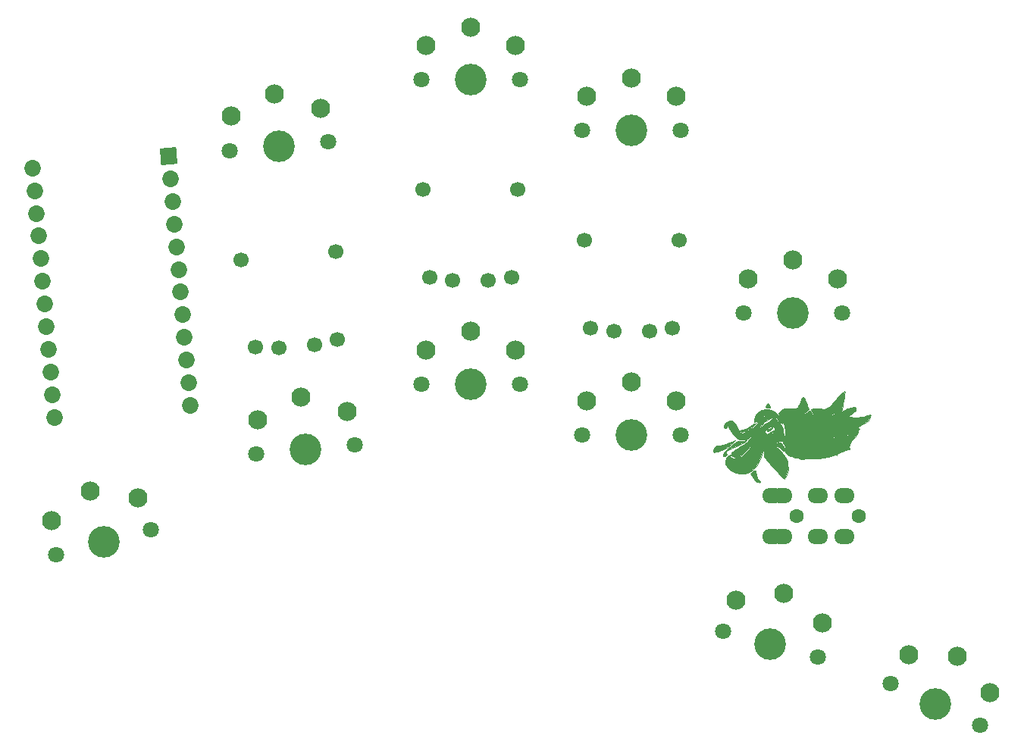
<source format=gbr>
%TF.GenerationSoftware,KiCad,Pcbnew,(5.1.9)-1*%
%TF.CreationDate,2021-06-29T12:17:40+02:00*%
%TF.ProjectId,metasepia_pfefferi,6d657461-7365-4706-9961-5f7066656666,VERSION_HERE*%
%TF.SameCoordinates,Original*%
%TF.FileFunction,Soldermask,Bot*%
%TF.FilePolarity,Negative*%
%FSLAX46Y46*%
G04 Gerber Fmt 4.6, Leading zero omitted, Abs format (unit mm)*
G04 Created by KiCad (PCBNEW (5.1.9)-1) date 2021-06-29 12:17:40*
%MOMM*%
%LPD*%
G01*
G04 APERTURE LIST*
%ADD10C,0.010000*%
%ADD11C,3.529000*%
%ADD12C,1.801800*%
%ADD13C,2.132000*%
%ADD14C,1.700000*%
%ADD15C,1.852600*%
%ADD16C,1.600000*%
%ADD17O,2.300000X1.700000*%
G04 APERTURE END LIST*
D10*
%TO.C,G\u002A\u002A\u002A*%
G36*
X81322227Y23819283D02*
G01*
X81365714Y23608410D01*
X81396326Y23446074D01*
X81518394Y23060589D01*
X81690240Y22835425D01*
X81857255Y22671049D01*
X81871922Y22580300D01*
X81734115Y22562622D01*
X81630915Y22576822D01*
X81446486Y22648107D01*
X81264648Y22813688D01*
X81073072Y23069954D01*
X80917205Y23310617D01*
X80811254Y23495761D01*
X80779270Y23579623D01*
X80846433Y23659987D01*
X80989984Y23769801D01*
X81150922Y23870384D01*
X81270245Y23923050D01*
X81296297Y23918591D01*
X81322227Y23819283D01*
G37*
X81322227Y23819283D02*
X81365714Y23608410D01*
X81396326Y23446074D01*
X81518394Y23060589D01*
X81690240Y22835425D01*
X81857255Y22671049D01*
X81871922Y22580300D01*
X81734115Y22562622D01*
X81630915Y22576822D01*
X81446486Y22648107D01*
X81264648Y22813688D01*
X81073072Y23069954D01*
X80917205Y23310617D01*
X80811254Y23495761D01*
X80779270Y23579623D01*
X80846433Y23659987D01*
X80989984Y23769801D01*
X81150922Y23870384D01*
X81270245Y23923050D01*
X81296297Y23918591D01*
X81322227Y23819283D01*
G36*
X83098414Y30683087D02*
G01*
X83506136Y30430021D01*
X83868751Y30029375D01*
X84071088Y29699889D01*
X84200537Y29443804D01*
X84284374Y29254509D01*
X84304680Y29172517D01*
X84304450Y29172339D01*
X84223345Y29207281D01*
X84072383Y29332107D01*
X83891470Y29507756D01*
X83720510Y29695170D01*
X83599407Y29855289D01*
X83589197Y29872431D01*
X83437422Y30022713D01*
X83269239Y30019466D01*
X83137181Y29878732D01*
X83019712Y29761191D01*
X82806295Y29624496D01*
X82686078Y29563879D01*
X82240998Y29279564D01*
X81919522Y28903066D01*
X81740016Y28457382D01*
X81721966Y28356378D01*
X81690447Y28124480D01*
X81686692Y28051923D01*
X81713719Y28130532D01*
X81752942Y28272496D01*
X81808459Y28403697D01*
X82360926Y28306282D01*
X82360322Y28142577D01*
X82395712Y28079157D01*
X82595375Y27921584D01*
X82869964Y27914098D01*
X83167419Y28027461D01*
X83416026Y28214475D01*
X83527144Y28432528D01*
X83487380Y28652330D01*
X83467500Y28683748D01*
X83291941Y28811135D01*
X83042281Y28791928D01*
X82800951Y28680240D01*
X82504243Y28480226D01*
X82360926Y28306282D01*
X81808459Y28403697D01*
X81932978Y28697969D01*
X82224227Y29014899D01*
X82619760Y29238242D01*
X82941280Y29411874D01*
X83130054Y29613042D01*
X83164237Y29678623D01*
X83295031Y29871898D01*
X83431254Y29896757D01*
X83563682Y29753483D01*
X83606834Y29665061D01*
X83714356Y29491623D01*
X83823394Y29411943D01*
X83990457Y29307534D01*
X84153359Y29082747D01*
X84286860Y28785222D01*
X84365720Y28462595D01*
X84374752Y28371339D01*
X84401966Y28111264D01*
X84442326Y27925505D01*
X84468259Y27874346D01*
X84497492Y27760164D01*
X84487047Y27550521D01*
X84477146Y27486166D01*
X84426689Y27274533D01*
X84354062Y27190278D01*
X84229307Y27191050D01*
X84005188Y27177371D01*
X83744273Y27089870D01*
X83504842Y26957404D01*
X83345176Y26808828D01*
X83313482Y26737607D01*
X83375828Y26666542D01*
X83546260Y26562454D01*
X83639814Y26516128D01*
X83885148Y26358493D01*
X84138582Y26099843D01*
X84398254Y25755778D01*
X84622341Y25414666D01*
X84763731Y25133442D01*
X84850406Y24843835D01*
X84904676Y24520212D01*
X84944829Y24176342D01*
X84948517Y23933054D01*
X84909640Y23724346D01*
X84822094Y23484213D01*
X84805088Y23443086D01*
X84690550Y23194778D01*
X84588912Y23019582D01*
X84538501Y22966017D01*
X84453745Y23013229D01*
X84280586Y23165907D01*
X84040573Y23400735D01*
X83755255Y23694397D01*
X83446180Y24023579D01*
X83134898Y24364964D01*
X82842957Y24695239D01*
X82591906Y24991088D01*
X82403294Y25229195D01*
X82298669Y25386245D01*
X82295260Y25393151D01*
X82221136Y25617050D01*
X82222252Y25865054D01*
X82271249Y26112478D01*
X82320985Y26351956D01*
X82336244Y26503383D01*
X82322867Y26533233D01*
X82276152Y26446176D01*
X82204707Y26237350D01*
X82123027Y25949712D01*
X82113220Y25911921D01*
X81931551Y25370573D01*
X81677292Y24837762D01*
X81380035Y24367625D01*
X81082313Y24026085D01*
X80667711Y23749120D01*
X80178167Y23587876D01*
X79655956Y23543014D01*
X79143346Y23615195D01*
X78682612Y23805083D01*
X78438801Y23984722D01*
X78172300Y24249001D01*
X78019750Y24466784D01*
X77955469Y24687366D01*
X77951375Y24920215D01*
X78029866Y25256290D01*
X78189445Y25487674D01*
X78345789Y25620940D01*
X78471431Y25667035D01*
X78528454Y25623929D01*
X78487663Y25503656D01*
X78487125Y25391305D01*
X78614180Y25312906D01*
X78830094Y25270651D01*
X79096131Y25266737D01*
X79373556Y25303357D01*
X79623634Y25382706D01*
X79718448Y25433920D01*
X79883786Y25559529D01*
X80105527Y25751826D01*
X80348978Y25977477D01*
X80579448Y26203152D01*
X80762243Y26395518D01*
X80862671Y26521245D01*
X80871750Y26541982D01*
X80831382Y26566157D01*
X80704086Y26496949D01*
X80522704Y26360679D01*
X80320079Y26183669D01*
X80129050Y25992238D01*
X80010858Y25852014D01*
X79736690Y25575804D01*
X79430618Y25405317D01*
X79126530Y25345916D01*
X78858316Y25402963D01*
X78659863Y25581820D01*
X78631044Y25633664D01*
X78592212Y25724402D01*
X78589812Y25802685D01*
X78643673Y25887944D01*
X78773624Y25999612D01*
X78999495Y26157118D01*
X79341115Y26379898D01*
X79491155Y26476538D01*
X79947109Y26777226D01*
X80281315Y27018344D01*
X80519699Y27223186D01*
X80688187Y27415044D01*
X80812707Y27617211D01*
X80853320Y27700355D01*
X80909732Y27828861D01*
X80890272Y27828834D01*
X80779300Y27699136D01*
X80775632Y27694722D01*
X80537094Y27491545D01*
X80214926Y27378587D01*
X79897365Y27342983D01*
X79481614Y27392436D01*
X79103230Y27588995D01*
X78754028Y27939355D01*
X78425820Y28450211D01*
X78339561Y28616891D01*
X78245190Y28796899D01*
X78188996Y28841246D01*
X78134081Y28766052D01*
X78109723Y28717293D01*
X77987016Y28591600D01*
X77855207Y28604166D01*
X77771819Y28737575D01*
X77764933Y28821681D01*
X77854299Y29100892D01*
X78085485Y29331338D01*
X78247926Y29418802D01*
X78432092Y29472635D01*
X78610402Y29444245D01*
X78790190Y29363876D01*
X78977017Y29244464D01*
X79119938Y29076307D01*
X79254358Y28812001D01*
X79318571Y28656457D01*
X79468875Y28322733D01*
X79616650Y28134473D01*
X79799617Y28072662D01*
X80055495Y28118286D01*
X80251401Y28186189D01*
X80470766Y28284750D01*
X80701957Y28427366D01*
X80976552Y28636850D01*
X81326128Y28936017D01*
X81483014Y29075997D01*
X81568911Y29217043D01*
X81550132Y29339567D01*
X81453144Y29389312D01*
X81349596Y29349498D01*
X81204204Y29280902D01*
X81138772Y29345297D01*
X81145916Y29553387D01*
X81157884Y29627451D01*
X81216627Y29795410D01*
X81875350Y29679260D01*
X81883927Y29671042D01*
X81995630Y29700411D01*
X82188080Y29792721D01*
X82256002Y29830880D01*
X82521077Y29957044D01*
X82850827Y30077555D01*
X83007746Y30123238D01*
X83233048Y30189802D01*
X83353229Y30241916D01*
X83352080Y30263851D01*
X83190499Y30251884D01*
X82928817Y30185858D01*
X82620390Y30083301D01*
X82318573Y29961740D01*
X82100310Y29852672D01*
X81936973Y29745857D01*
X81875350Y29679260D01*
X81216627Y29795410D01*
X81315422Y30077878D01*
X81600190Y30429375D01*
X81992135Y30666573D01*
X82471208Y30774104D01*
X82659211Y30778169D01*
X83098414Y30683087D01*
G37*
X83098414Y30683087D02*
X83506136Y30430021D01*
X83868751Y30029375D01*
X84071088Y29699889D01*
X84200537Y29443804D01*
X84284374Y29254509D01*
X84304680Y29172517D01*
X84304450Y29172339D01*
X84223345Y29207281D01*
X84072383Y29332107D01*
X83891470Y29507756D01*
X83720510Y29695170D01*
X83599407Y29855289D01*
X83589197Y29872431D01*
X83437422Y30022713D01*
X83269239Y30019466D01*
X83137181Y29878732D01*
X83019712Y29761191D01*
X82806295Y29624496D01*
X82686078Y29563879D01*
X82240998Y29279564D01*
X81919522Y28903066D01*
X81740016Y28457382D01*
X81721966Y28356378D01*
X81690447Y28124480D01*
X81686692Y28051923D01*
X81713719Y28130532D01*
X81752942Y28272496D01*
X81808459Y28403697D01*
X82360926Y28306282D01*
X82360322Y28142577D01*
X82395712Y28079157D01*
X82595375Y27921584D01*
X82869964Y27914098D01*
X83167419Y28027461D01*
X83416026Y28214475D01*
X83527144Y28432528D01*
X83487380Y28652330D01*
X83467500Y28683748D01*
X83291941Y28811135D01*
X83042281Y28791928D01*
X82800951Y28680240D01*
X82504243Y28480226D01*
X82360926Y28306282D01*
X81808459Y28403697D01*
X81932978Y28697969D01*
X82224227Y29014899D01*
X82619760Y29238242D01*
X82941280Y29411874D01*
X83130054Y29613042D01*
X83164237Y29678623D01*
X83295031Y29871898D01*
X83431254Y29896757D01*
X83563682Y29753483D01*
X83606834Y29665061D01*
X83714356Y29491623D01*
X83823394Y29411943D01*
X83990457Y29307534D01*
X84153359Y29082747D01*
X84286860Y28785222D01*
X84365720Y28462595D01*
X84374752Y28371339D01*
X84401966Y28111264D01*
X84442326Y27925505D01*
X84468259Y27874346D01*
X84497492Y27760164D01*
X84487047Y27550521D01*
X84477146Y27486166D01*
X84426689Y27274533D01*
X84354062Y27190278D01*
X84229307Y27191050D01*
X84005188Y27177371D01*
X83744273Y27089870D01*
X83504842Y26957404D01*
X83345176Y26808828D01*
X83313482Y26737607D01*
X83375828Y26666542D01*
X83546260Y26562454D01*
X83639814Y26516128D01*
X83885148Y26358493D01*
X84138582Y26099843D01*
X84398254Y25755778D01*
X84622341Y25414666D01*
X84763731Y25133442D01*
X84850406Y24843835D01*
X84904676Y24520212D01*
X84944829Y24176342D01*
X84948517Y23933054D01*
X84909640Y23724346D01*
X84822094Y23484213D01*
X84805088Y23443086D01*
X84690550Y23194778D01*
X84588912Y23019582D01*
X84538501Y22966017D01*
X84453745Y23013229D01*
X84280586Y23165907D01*
X84040573Y23400735D01*
X83755255Y23694397D01*
X83446180Y24023579D01*
X83134898Y24364964D01*
X82842957Y24695239D01*
X82591906Y24991088D01*
X82403294Y25229195D01*
X82298669Y25386245D01*
X82295260Y25393151D01*
X82221136Y25617050D01*
X82222252Y25865054D01*
X82271249Y26112478D01*
X82320985Y26351956D01*
X82336244Y26503383D01*
X82322867Y26533233D01*
X82276152Y26446176D01*
X82204707Y26237350D01*
X82123027Y25949712D01*
X82113220Y25911921D01*
X81931551Y25370573D01*
X81677292Y24837762D01*
X81380035Y24367625D01*
X81082313Y24026085D01*
X80667711Y23749120D01*
X80178167Y23587876D01*
X79655956Y23543014D01*
X79143346Y23615195D01*
X78682612Y23805083D01*
X78438801Y23984722D01*
X78172300Y24249001D01*
X78019750Y24466784D01*
X77955469Y24687366D01*
X77951375Y24920215D01*
X78029866Y25256290D01*
X78189445Y25487674D01*
X78345789Y25620940D01*
X78471431Y25667035D01*
X78528454Y25623929D01*
X78487663Y25503656D01*
X78487125Y25391305D01*
X78614180Y25312906D01*
X78830094Y25270651D01*
X79096131Y25266737D01*
X79373556Y25303357D01*
X79623634Y25382706D01*
X79718448Y25433920D01*
X79883786Y25559529D01*
X80105527Y25751826D01*
X80348978Y25977477D01*
X80579448Y26203152D01*
X80762243Y26395518D01*
X80862671Y26521245D01*
X80871750Y26541982D01*
X80831382Y26566157D01*
X80704086Y26496949D01*
X80522704Y26360679D01*
X80320079Y26183669D01*
X80129050Y25992238D01*
X80010858Y25852014D01*
X79736690Y25575804D01*
X79430618Y25405317D01*
X79126530Y25345916D01*
X78858316Y25402963D01*
X78659863Y25581820D01*
X78631044Y25633664D01*
X78592212Y25724402D01*
X78589812Y25802685D01*
X78643673Y25887944D01*
X78773624Y25999612D01*
X78999495Y26157118D01*
X79341115Y26379898D01*
X79491155Y26476538D01*
X79947109Y26777226D01*
X80281315Y27018344D01*
X80519699Y27223186D01*
X80688187Y27415044D01*
X80812707Y27617211D01*
X80853320Y27700355D01*
X80909732Y27828861D01*
X80890272Y27828834D01*
X80779300Y27699136D01*
X80775632Y27694722D01*
X80537094Y27491545D01*
X80214926Y27378587D01*
X79897365Y27342983D01*
X79481614Y27392436D01*
X79103230Y27588995D01*
X78754028Y27939355D01*
X78425820Y28450211D01*
X78339561Y28616891D01*
X78245190Y28796899D01*
X78188996Y28841246D01*
X78134081Y28766052D01*
X78109723Y28717293D01*
X77987016Y28591600D01*
X77855207Y28604166D01*
X77771819Y28737575D01*
X77764933Y28821681D01*
X77854299Y29100892D01*
X78085485Y29331338D01*
X78247926Y29418802D01*
X78432092Y29472635D01*
X78610402Y29444245D01*
X78790190Y29363876D01*
X78977017Y29244464D01*
X79119938Y29076307D01*
X79254358Y28812001D01*
X79318571Y28656457D01*
X79468875Y28322733D01*
X79616650Y28134473D01*
X79799617Y28072662D01*
X80055495Y28118286D01*
X80251401Y28186189D01*
X80470766Y28284750D01*
X80701957Y28427366D01*
X80976552Y28636850D01*
X81326128Y28936017D01*
X81483014Y29075997D01*
X81568911Y29217043D01*
X81550132Y29339567D01*
X81453144Y29389312D01*
X81349596Y29349498D01*
X81204204Y29280902D01*
X81138772Y29345297D01*
X81145916Y29553387D01*
X81157884Y29627451D01*
X81216627Y29795410D01*
X81875350Y29679260D01*
X81883927Y29671042D01*
X81995630Y29700411D01*
X82188080Y29792721D01*
X82256002Y29830880D01*
X82521077Y29957044D01*
X82850827Y30077555D01*
X83007746Y30123238D01*
X83233048Y30189802D01*
X83353229Y30241916D01*
X83352080Y30263851D01*
X83190499Y30251884D01*
X82928817Y30185858D01*
X82620390Y30083301D01*
X82318573Y29961740D01*
X82100310Y29852672D01*
X81936973Y29745857D01*
X81875350Y29679260D01*
X81216627Y29795410D01*
X81315422Y30077878D01*
X81600190Y30429375D01*
X81992135Y30666573D01*
X82471208Y30774104D01*
X82659211Y30778169D01*
X83098414Y30683087D01*
G36*
X80272106Y27175695D02*
G01*
X80078044Y27061059D01*
X79771603Y26904051D01*
X79367275Y26712616D01*
X78956447Y26528325D01*
X78512993Y26323430D01*
X78217750Y26161569D01*
X78057465Y26034759D01*
X78018681Y25963854D01*
X78031218Y25822523D01*
X78075768Y25782874D01*
X78109077Y25725245D01*
X78045271Y25618718D01*
X77925398Y25512296D01*
X77802730Y25456953D01*
X77695608Y25487301D01*
X77688788Y25555664D01*
X77805299Y25828091D01*
X78063729Y26160909D01*
X78453296Y26541317D01*
X78682793Y26736311D01*
X78985186Y26976838D01*
X79202881Y27125599D01*
X79377959Y27203085D01*
X79552499Y27229786D01*
X79695260Y27229287D01*
X79974658Y27227347D01*
X80207843Y27238831D01*
X80265129Y27246060D01*
X80339298Y27240011D01*
X80272106Y27175695D01*
G37*
X80272106Y27175695D02*
X80078044Y27061059D01*
X79771603Y26904051D01*
X79367275Y26712616D01*
X78956447Y26528325D01*
X78512993Y26323430D01*
X78217750Y26161569D01*
X78057465Y26034759D01*
X78018681Y25963854D01*
X78031218Y25822523D01*
X78075768Y25782874D01*
X78109077Y25725245D01*
X78045271Y25618718D01*
X77925398Y25512296D01*
X77802730Y25456953D01*
X77695608Y25487301D01*
X77688788Y25555664D01*
X77805299Y25828091D01*
X78063729Y26160909D01*
X78453296Y26541317D01*
X78682793Y26736311D01*
X78985186Y26976838D01*
X79202881Y27125599D01*
X79377959Y27203085D01*
X79552499Y27229786D01*
X79695260Y27229287D01*
X79974658Y27227347D01*
X80207843Y27238831D01*
X80265129Y27246060D01*
X80339298Y27240011D01*
X80272106Y27175695D01*
G36*
X78966774Y27187030D02*
G01*
X78792983Y27028937D01*
X78607905Y26867625D01*
X78173434Y26531655D01*
X77738999Y26292122D01*
X77397524Y26157937D01*
X77060055Y26041742D01*
X76848433Y25974671D01*
X76728559Y25950235D01*
X76666342Y25961943D01*
X76627686Y26003306D01*
X76622673Y26010437D01*
X76598923Y26174007D01*
X76686246Y26371000D01*
X76846000Y26555715D01*
X77039551Y26682444D01*
X77213018Y26708756D01*
X77394744Y26719183D01*
X77684363Y26780369D01*
X78033386Y26878134D01*
X78393321Y26998294D01*
X78715679Y27126664D01*
X78835514Y27183309D01*
X78979054Y27251754D01*
X79025803Y27257148D01*
X78966774Y27187030D01*
G37*
X78966774Y27187030D02*
X78792983Y27028937D01*
X78607905Y26867625D01*
X78173434Y26531655D01*
X77738999Y26292122D01*
X77397524Y26157937D01*
X77060055Y26041742D01*
X76848433Y25974671D01*
X76728559Y25950235D01*
X76666342Y25961943D01*
X76627686Y26003306D01*
X76622673Y26010437D01*
X76598923Y26174007D01*
X76686246Y26371000D01*
X76846000Y26555715D01*
X77039551Y26682444D01*
X77213018Y26708756D01*
X77394744Y26719183D01*
X77684363Y26780369D01*
X78033386Y26878134D01*
X78393321Y26998294D01*
X78715679Y27126664D01*
X78835514Y27183309D01*
X78979054Y27251754D01*
X79025803Y27257148D01*
X78966774Y27187030D01*
G36*
X91288063Y32658017D02*
G01*
X91270272Y32443121D01*
X91224100Y32129430D01*
X91162134Y31793262D01*
X91089861Y31404765D01*
X91037203Y31068875D01*
X91009791Y30825373D01*
X91010383Y30721380D01*
X90981300Y30627661D01*
X90835759Y30517160D01*
X90554489Y30376827D01*
X90406005Y30312111D01*
X89994474Y30136869D01*
X89723798Y30019885D01*
X89578911Y29953378D01*
X89544743Y29929565D01*
X89606229Y29940664D01*
X89748299Y29978892D01*
X89775475Y29986442D01*
X89992467Y30063254D01*
X90316529Y30198207D01*
X90703979Y30372323D01*
X91111136Y30566621D01*
X91114107Y30568084D01*
X91604966Y30798302D01*
X91971634Y30940367D01*
X92232618Y30997294D01*
X92406423Y30972095D01*
X92511553Y30867787D01*
X92539927Y30800366D01*
X92550081Y30702096D01*
X92498620Y30595616D01*
X92363568Y30455684D01*
X92122949Y30257061D01*
X91950790Y30123718D01*
X91668943Y29895264D01*
X91444969Y29690046D01*
X91309884Y29537727D01*
X91284625Y29486612D01*
X91283251Y29395511D01*
X91335036Y29461789D01*
X91335687Y29462888D01*
X91442677Y29603661D01*
X91601948Y29776949D01*
X91736924Y29891722D01*
X91870818Y29927064D01*
X92068917Y29891500D01*
X92196520Y29854600D01*
X92507534Y29786989D01*
X92736123Y29807309D01*
X92811530Y29836505D01*
X93031124Y29903173D01*
X93190906Y29909518D01*
X93363402Y29921155D01*
X93616065Y29983204D01*
X93745956Y30027058D01*
X93976739Y30097030D01*
X94132984Y30114881D01*
X94169327Y30097670D01*
X94155992Y29979635D01*
X94086360Y29775245D01*
X94052713Y29696529D01*
X93911068Y29463733D01*
X93698926Y29286226D01*
X93469333Y29163204D01*
X93210652Y29033698D01*
X93008205Y28920663D01*
X92931315Y28868636D01*
X92772340Y28801214D01*
X92615173Y28782220D01*
X92496592Y28777324D01*
X92531303Y28756314D01*
X92669317Y28723605D01*
X92872125Y28651654D01*
X92908599Y28572078D01*
X92780149Y28500362D01*
X92646256Y28470927D01*
X92438406Y28424934D01*
X92384504Y28385747D01*
X92489538Y28363681D01*
X92593640Y28362134D01*
X92748569Y28347046D01*
X92768831Y28273991D01*
X92743944Y28216243D01*
X92653533Y28025279D01*
X92570874Y27840317D01*
X92430838Y27625279D01*
X92241965Y27438631D01*
X91966529Y27156901D01*
X91805101Y26835199D01*
X91780598Y26519765D01*
X91782224Y26510850D01*
X91816345Y26304737D01*
X91792810Y26222338D01*
X91684550Y26220823D01*
X91607278Y26234006D01*
X91400873Y26208948D01*
X91126557Y26093975D01*
X91007889Y26025373D01*
X90748859Y25884996D01*
X90590939Y25864748D01*
X90511449Y25969215D01*
X90489754Y26130151D01*
X90479894Y26162301D01*
X90464068Y26050058D01*
X90454586Y25937567D01*
X90427706Y25571576D01*
X90198786Y25746246D01*
X90010708Y25870936D01*
X89866574Y25935279D01*
X89860837Y25936264D01*
X89846628Y25908734D01*
X89952725Y25821170D01*
X89982358Y25801368D01*
X90212907Y25651124D01*
X89981756Y25554167D01*
X89720154Y25474333D01*
X89337733Y25394445D01*
X88882875Y25321042D01*
X88403965Y25260665D01*
X87949388Y25219855D01*
X87567525Y25205152D01*
X87428563Y25209020D01*
X87101613Y25216940D01*
X86811573Y25203327D01*
X86649246Y25177478D01*
X86376295Y25164356D01*
X86225244Y25210719D01*
X86025714Y25285027D01*
X85742983Y25361983D01*
X85594241Y25394296D01*
X85282404Y25482503D01*
X84995314Y25607192D01*
X84899620Y25665549D01*
X84723168Y25824963D01*
X84655752Y26010160D01*
X84652458Y26191574D01*
X84642341Y26257935D01*
X87612608Y25734197D01*
X87626050Y25686842D01*
X87661766Y25618621D01*
X87812096Y25457810D01*
X87984428Y25435982D01*
X88128398Y25555723D01*
X88147942Y25593685D01*
X88206940Y25788803D01*
X88211246Y25904921D01*
X88180858Y25919730D01*
X88140901Y25796160D01*
X88139531Y25789598D01*
X88042591Y25591018D01*
X87886726Y25534259D01*
X87710634Y25631939D01*
X87697891Y25645620D01*
X87612608Y25734197D01*
X84642341Y26257935D01*
X84594161Y26573936D01*
X84478194Y26812867D01*
X84407626Y26939088D01*
X86690133Y26536621D01*
X86705011Y26499284D01*
X86710192Y26498269D01*
X86897830Y26509634D01*
X86971604Y26532206D01*
X87079732Y26597292D01*
X87051206Y26630983D01*
X86917611Y26621101D01*
X86812934Y26593373D01*
X86690133Y26536621D01*
X84407626Y26939088D01*
X84383490Y26982259D01*
X84370004Y27072166D01*
X84388904Y27076937D01*
X84461329Y27142349D01*
X84529215Y27338113D01*
X84559480Y27492741D01*
X88163170Y26857313D01*
X88200238Y26841546D01*
X88338380Y26870396D01*
X88407815Y26915711D01*
X88474190Y27029131D01*
X88413169Y27141949D01*
X88297273Y27228432D01*
X88240785Y27226738D01*
X88242236Y27175606D01*
X88275044Y27165460D01*
X88349191Y27092853D01*
X88328464Y26974185D01*
X88229341Y26890963D01*
X88219024Y26888385D01*
X88163170Y26857313D01*
X84559480Y27492741D01*
X84585420Y27625266D01*
X84622799Y27964847D01*
X84625986Y28063445D01*
X89541489Y27196709D01*
X89887810Y27319139D01*
X90102247Y27409536D01*
X90179353Y27491669D01*
X90158641Y27573970D01*
X90046263Y27696129D01*
X89988910Y27721671D01*
X89958840Y27690753D01*
X90005466Y27633963D01*
X90054246Y27553300D01*
X89991439Y27468249D01*
X89828875Y27363832D01*
X89541489Y27196709D01*
X84625986Y28063445D01*
X84634210Y28317895D01*
X84632165Y28403773D01*
X84614434Y28526044D01*
X89442894Y27674656D01*
X89491762Y27646061D01*
X89676701Y27654048D01*
X89755347Y27678198D01*
X89831859Y27729178D01*
X89772629Y27747762D01*
X89609110Y27728404D01*
X89546896Y27714954D01*
X89442894Y27674656D01*
X84614434Y28526044D01*
X84584967Y28729227D01*
X84533088Y28881862D01*
X91242914Y27698739D01*
X91372143Y27732612D01*
X91556951Y27808717D01*
X91644000Y27871088D01*
X91652910Y27982482D01*
X91555604Y28098630D01*
X91429532Y28152818D01*
X91414513Y28120794D01*
X91479055Y28053752D01*
X91559183Y27967093D01*
X91523912Y27895156D01*
X91392876Y27808789D01*
X91247529Y27718424D01*
X91242914Y27698739D01*
X84533088Y28881862D01*
X84457295Y29104856D01*
X84238444Y29565341D01*
X83860718Y30291596D01*
X83886562Y30314558D01*
X84403957Y30223327D01*
X84503844Y30255127D01*
X84597470Y30299236D01*
X84815681Y30385210D01*
X84963746Y30374411D01*
X85047248Y30322335D01*
X85196705Y30222559D01*
X85270971Y30191812D01*
X85262133Y30229945D01*
X85148974Y30334499D01*
X85131982Y30348163D01*
X84895355Y30463357D01*
X84653807Y30421433D01*
X84446689Y30278988D01*
X84403957Y30223327D01*
X83886562Y30314558D01*
X84159711Y30557243D01*
X84377963Y30723329D01*
X84587743Y30794567D01*
X84874415Y30799299D01*
X84886697Y30798619D01*
X85240968Y30805052D01*
X85609057Y30850510D01*
X85712546Y30872529D01*
X85957494Y30944851D01*
X86095778Y31041704D01*
X86185765Y31218142D01*
X86234503Y31364871D01*
X86371850Y31736697D01*
X86507456Y31985166D01*
X86630097Y32091133D01*
X86661119Y32092569D01*
X86746404Y32010976D01*
X86838449Y31833698D01*
X86842156Y31824223D01*
X86936077Y31592236D01*
X87060663Y31298502D01*
X87117410Y31168507D01*
X87294872Y30766459D01*
X87095395Y30588035D01*
X86914392Y30376363D01*
X86798825Y30173897D01*
X86652561Y29962422D01*
X86458853Y29808017D01*
X86317816Y29717501D01*
X86289917Y29665946D01*
X86297678Y29663443D01*
X86449668Y29711082D01*
X86481741Y29737514D01*
X92129473Y28741667D01*
X92209077Y28713863D01*
X92319926Y28710125D01*
X92326236Y28738360D01*
X92218150Y28777941D01*
X92167584Y28773122D01*
X92129473Y28741667D01*
X86481741Y29737514D01*
X86644860Y29871938D01*
X86845229Y30110646D01*
X86946547Y30266901D01*
X87138397Y30512974D01*
X87323850Y30593483D01*
X87492600Y30508558D01*
X87634338Y30258333D01*
X87634441Y30258057D01*
X87743231Y30034263D01*
X87862191Y29881716D01*
X87887829Y29863374D01*
X87977777Y29821392D01*
X87941719Y29880665D01*
X87911689Y29915968D01*
X87813272Y30074786D01*
X87704434Y30312112D01*
X87678012Y30380668D01*
X87553846Y30718382D01*
X87854035Y30800988D01*
X88131192Y30837699D01*
X88453445Y30827788D01*
X88541821Y30815249D01*
X88916940Y30784662D01*
X89245791Y30846844D01*
X89555470Y31017272D01*
X89873069Y31311422D01*
X90225684Y31744765D01*
X90267066Y31800634D01*
X90550148Y32156998D01*
X90821666Y32447400D01*
X91057286Y32649110D01*
X91232678Y32739401D01*
X91273556Y32740809D01*
X91288063Y32658017D01*
G37*
X91288063Y32658017D02*
X91270272Y32443121D01*
X91224100Y32129430D01*
X91162134Y31793262D01*
X91089861Y31404765D01*
X91037203Y31068875D01*
X91009791Y30825373D01*
X91010383Y30721380D01*
X90981300Y30627661D01*
X90835759Y30517160D01*
X90554489Y30376827D01*
X90406005Y30312111D01*
X89994474Y30136869D01*
X89723798Y30019885D01*
X89578911Y29953378D01*
X89544743Y29929565D01*
X89606229Y29940664D01*
X89748299Y29978892D01*
X89775475Y29986442D01*
X89992467Y30063254D01*
X90316529Y30198207D01*
X90703979Y30372323D01*
X91111136Y30566621D01*
X91114107Y30568084D01*
X91604966Y30798302D01*
X91971634Y30940367D01*
X92232618Y30997294D01*
X92406423Y30972095D01*
X92511553Y30867787D01*
X92539927Y30800366D01*
X92550081Y30702096D01*
X92498620Y30595616D01*
X92363568Y30455684D01*
X92122949Y30257061D01*
X91950790Y30123718D01*
X91668943Y29895264D01*
X91444969Y29690046D01*
X91309884Y29537727D01*
X91284625Y29486612D01*
X91283251Y29395511D01*
X91335036Y29461789D01*
X91335687Y29462888D01*
X91442677Y29603661D01*
X91601948Y29776949D01*
X91736924Y29891722D01*
X91870818Y29927064D01*
X92068917Y29891500D01*
X92196520Y29854600D01*
X92507534Y29786989D01*
X92736123Y29807309D01*
X92811530Y29836505D01*
X93031124Y29903173D01*
X93190906Y29909518D01*
X93363402Y29921155D01*
X93616065Y29983204D01*
X93745956Y30027058D01*
X93976739Y30097030D01*
X94132984Y30114881D01*
X94169327Y30097670D01*
X94155992Y29979635D01*
X94086360Y29775245D01*
X94052713Y29696529D01*
X93911068Y29463733D01*
X93698926Y29286226D01*
X93469333Y29163204D01*
X93210652Y29033698D01*
X93008205Y28920663D01*
X92931315Y28868636D01*
X92772340Y28801214D01*
X92615173Y28782220D01*
X92496592Y28777324D01*
X92531303Y28756314D01*
X92669317Y28723605D01*
X92872125Y28651654D01*
X92908599Y28572078D01*
X92780149Y28500362D01*
X92646256Y28470927D01*
X92438406Y28424934D01*
X92384504Y28385747D01*
X92489538Y28363681D01*
X92593640Y28362134D01*
X92748569Y28347046D01*
X92768831Y28273991D01*
X92743944Y28216243D01*
X92653533Y28025279D01*
X92570874Y27840317D01*
X92430838Y27625279D01*
X92241965Y27438631D01*
X91966529Y27156901D01*
X91805101Y26835199D01*
X91780598Y26519765D01*
X91782224Y26510850D01*
X91816345Y26304737D01*
X91792810Y26222338D01*
X91684550Y26220823D01*
X91607278Y26234006D01*
X91400873Y26208948D01*
X91126557Y26093975D01*
X91007889Y26025373D01*
X90748859Y25884996D01*
X90590939Y25864748D01*
X90511449Y25969215D01*
X90489754Y26130151D01*
X90479894Y26162301D01*
X90464068Y26050058D01*
X90454586Y25937567D01*
X90427706Y25571576D01*
X90198786Y25746246D01*
X90010708Y25870936D01*
X89866574Y25935279D01*
X89860837Y25936264D01*
X89846628Y25908734D01*
X89952725Y25821170D01*
X89982358Y25801368D01*
X90212907Y25651124D01*
X89981756Y25554167D01*
X89720154Y25474333D01*
X89337733Y25394445D01*
X88882875Y25321042D01*
X88403965Y25260665D01*
X87949388Y25219855D01*
X87567525Y25205152D01*
X87428563Y25209020D01*
X87101613Y25216940D01*
X86811573Y25203327D01*
X86649246Y25177478D01*
X86376295Y25164356D01*
X86225244Y25210719D01*
X86025714Y25285027D01*
X85742983Y25361983D01*
X85594241Y25394296D01*
X85282404Y25482503D01*
X84995314Y25607192D01*
X84899620Y25665549D01*
X84723168Y25824963D01*
X84655752Y26010160D01*
X84652458Y26191574D01*
X84642341Y26257935D01*
X87612608Y25734197D01*
X87626050Y25686842D01*
X87661766Y25618621D01*
X87812096Y25457810D01*
X87984428Y25435982D01*
X88128398Y25555723D01*
X88147942Y25593685D01*
X88206940Y25788803D01*
X88211246Y25904921D01*
X88180858Y25919730D01*
X88140901Y25796160D01*
X88139531Y25789598D01*
X88042591Y25591018D01*
X87886726Y25534259D01*
X87710634Y25631939D01*
X87697891Y25645620D01*
X87612608Y25734197D01*
X84642341Y26257935D01*
X84594161Y26573936D01*
X84478194Y26812867D01*
X84407626Y26939088D01*
X86690133Y26536621D01*
X86705011Y26499284D01*
X86710192Y26498269D01*
X86897830Y26509634D01*
X86971604Y26532206D01*
X87079732Y26597292D01*
X87051206Y26630983D01*
X86917611Y26621101D01*
X86812934Y26593373D01*
X86690133Y26536621D01*
X84407626Y26939088D01*
X84383490Y26982259D01*
X84370004Y27072166D01*
X84388904Y27076937D01*
X84461329Y27142349D01*
X84529215Y27338113D01*
X84559480Y27492741D01*
X88163170Y26857313D01*
X88200238Y26841546D01*
X88338380Y26870396D01*
X88407815Y26915711D01*
X88474190Y27029131D01*
X88413169Y27141949D01*
X88297273Y27228432D01*
X88240785Y27226738D01*
X88242236Y27175606D01*
X88275044Y27165460D01*
X88349191Y27092853D01*
X88328464Y26974185D01*
X88229341Y26890963D01*
X88219024Y26888385D01*
X88163170Y26857313D01*
X84559480Y27492741D01*
X84585420Y27625266D01*
X84622799Y27964847D01*
X84625986Y28063445D01*
X89541489Y27196709D01*
X89887810Y27319139D01*
X90102247Y27409536D01*
X90179353Y27491669D01*
X90158641Y27573970D01*
X90046263Y27696129D01*
X89988910Y27721671D01*
X89958840Y27690753D01*
X90005466Y27633963D01*
X90054246Y27553300D01*
X89991439Y27468249D01*
X89828875Y27363832D01*
X89541489Y27196709D01*
X84625986Y28063445D01*
X84634210Y28317895D01*
X84632165Y28403773D01*
X84614434Y28526044D01*
X89442894Y27674656D01*
X89491762Y27646061D01*
X89676701Y27654048D01*
X89755347Y27678198D01*
X89831859Y27729178D01*
X89772629Y27747762D01*
X89609110Y27728404D01*
X89546896Y27714954D01*
X89442894Y27674656D01*
X84614434Y28526044D01*
X84584967Y28729227D01*
X84533088Y28881862D01*
X91242914Y27698739D01*
X91372143Y27732612D01*
X91556951Y27808717D01*
X91644000Y27871088D01*
X91652910Y27982482D01*
X91555604Y28098630D01*
X91429532Y28152818D01*
X91414513Y28120794D01*
X91479055Y28053752D01*
X91559183Y27967093D01*
X91523912Y27895156D01*
X91392876Y27808789D01*
X91247529Y27718424D01*
X91242914Y27698739D01*
X84533088Y28881862D01*
X84457295Y29104856D01*
X84238444Y29565341D01*
X83860718Y30291596D01*
X83886562Y30314558D01*
X84403957Y30223327D01*
X84503844Y30255127D01*
X84597470Y30299236D01*
X84815681Y30385210D01*
X84963746Y30374411D01*
X85047248Y30322335D01*
X85196705Y30222559D01*
X85270971Y30191812D01*
X85262133Y30229945D01*
X85148974Y30334499D01*
X85131982Y30348163D01*
X84895355Y30463357D01*
X84653807Y30421433D01*
X84446689Y30278988D01*
X84403957Y30223327D01*
X83886562Y30314558D01*
X84159711Y30557243D01*
X84377963Y30723329D01*
X84587743Y30794567D01*
X84874415Y30799299D01*
X84886697Y30798619D01*
X85240968Y30805052D01*
X85609057Y30850510D01*
X85712546Y30872529D01*
X85957494Y30944851D01*
X86095778Y31041704D01*
X86185765Y31218142D01*
X86234503Y31364871D01*
X86371850Y31736697D01*
X86507456Y31985166D01*
X86630097Y32091133D01*
X86661119Y32092569D01*
X86746404Y32010976D01*
X86838449Y31833698D01*
X86842156Y31824223D01*
X86936077Y31592236D01*
X87060663Y31298502D01*
X87117410Y31168507D01*
X87294872Y30766459D01*
X87095395Y30588035D01*
X86914392Y30376363D01*
X86798825Y30173897D01*
X86652561Y29962422D01*
X86458853Y29808017D01*
X86317816Y29717501D01*
X86289917Y29665946D01*
X86297678Y29663443D01*
X86449668Y29711082D01*
X86481741Y29737514D01*
X92129473Y28741667D01*
X92209077Y28713863D01*
X92319926Y28710125D01*
X92326236Y28738360D01*
X92218150Y28777941D01*
X92167584Y28773122D01*
X92129473Y28741667D01*
X86481741Y29737514D01*
X86644860Y29871938D01*
X86845229Y30110646D01*
X86946547Y30266901D01*
X87138397Y30512974D01*
X87323850Y30593483D01*
X87492600Y30508558D01*
X87634338Y30258333D01*
X87634441Y30258057D01*
X87743231Y30034263D01*
X87862191Y29881716D01*
X87887829Y29863374D01*
X87977777Y29821392D01*
X87941719Y29880665D01*
X87911689Y29915968D01*
X87813272Y30074786D01*
X87704434Y30312112D01*
X87678012Y30380668D01*
X87553846Y30718382D01*
X87854035Y30800988D01*
X88131192Y30837699D01*
X88453445Y30827788D01*
X88541821Y30815249D01*
X88916940Y30784662D01*
X89245791Y30846844D01*
X89555470Y31017272D01*
X89873069Y31311422D01*
X90225684Y31744765D01*
X90267066Y31800634D01*
X90550148Y32156998D01*
X90821666Y32447400D01*
X91057286Y32649110D01*
X91232678Y32739401D01*
X91273556Y32740809D01*
X91288063Y32658017D01*
G36*
X84228039Y26907986D02*
G01*
X84395174Y26690877D01*
X84531845Y26437928D01*
X84575247Y26232380D01*
X84538021Y26100767D01*
X84432807Y26069625D01*
X84272246Y26165490D01*
X84187382Y26254670D01*
X84000437Y26419304D01*
X83748827Y26577301D01*
X83691376Y26605858D01*
X83362177Y26759862D01*
X83646620Y26915350D01*
X83889157Y27025797D01*
X84066427Y27028300D01*
X84228039Y26907986D01*
G37*
X84228039Y26907986D02*
X84395174Y26690877D01*
X84531845Y26437928D01*
X84575247Y26232380D01*
X84538021Y26100767D01*
X84432807Y26069625D01*
X84272246Y26165490D01*
X84187382Y26254670D01*
X84000437Y26419304D01*
X83748827Y26577301D01*
X83691376Y26605858D01*
X83362177Y26759862D01*
X83646620Y26915350D01*
X83889157Y27025797D01*
X84066427Y27028300D01*
X84228039Y26907986D01*
G36*
X81416442Y29205182D02*
G01*
X81368746Y29156982D01*
X80918875Y28746994D01*
X80540292Y28459155D01*
X80275504Y28314340D01*
X80045532Y28253176D01*
X79813367Y28236548D01*
X79632141Y28262431D01*
X79554993Y28328801D01*
X79555618Y28341768D01*
X79638059Y28398364D01*
X79826418Y28452783D01*
X79872440Y28461533D01*
X80111869Y28535411D01*
X80414663Y28671347D01*
X80640698Y28796039D01*
X80917025Y28960765D01*
X81160960Y29100820D01*
X81292467Y29171774D01*
X81419635Y29230420D01*
X81416442Y29205182D01*
G37*
X81416442Y29205182D02*
X81368746Y29156982D01*
X80918875Y28746994D01*
X80540292Y28459155D01*
X80275504Y28314340D01*
X80045532Y28253176D01*
X79813367Y28236548D01*
X79632141Y28262431D01*
X79554993Y28328801D01*
X79555618Y28341768D01*
X79638059Y28398364D01*
X79826418Y28452783D01*
X79872440Y28461533D01*
X80111869Y28535411D01*
X80414663Y28671347D01*
X80640698Y28796039D01*
X80917025Y28960765D01*
X81160960Y29100820D01*
X81292467Y29171774D01*
X81419635Y29230420D01*
X81416442Y29205182D01*
G36*
X82775066Y31301407D02*
G01*
X82818461Y31221339D01*
X82914449Y31006260D01*
X82902012Y30904530D01*
X82769099Y30890264D01*
X82671054Y30904724D01*
X82500941Y30949960D01*
X82466571Y31034870D01*
X82514764Y31168707D01*
X82612730Y31365556D01*
X82688572Y31407895D01*
X82775066Y31301407D01*
G37*
X82775066Y31301407D02*
X82818461Y31221339D01*
X82914449Y31006260D01*
X82902012Y30904530D01*
X82769099Y30890264D01*
X82671054Y30904724D01*
X82500941Y30949960D01*
X82466571Y31034870D01*
X82514764Y31168707D01*
X82612730Y31365556D01*
X82688572Y31407895D01*
X82775066Y31301407D01*
G36*
X83437055Y28449323D02*
G01*
X83435969Y28440415D01*
X83332490Y28272771D01*
X83081414Y28117716D01*
X82853996Y28032336D01*
X82703503Y27990768D01*
X82693350Y28014283D01*
X82762192Y28077133D01*
X82949975Y28184884D01*
X83053390Y28213700D01*
X83222800Y28295369D01*
X83331359Y28404441D01*
X83418689Y28501415D01*
X83437055Y28449323D01*
G37*
X83437055Y28449323D02*
X83435969Y28440415D01*
X83332490Y28272771D01*
X83081414Y28117716D01*
X82853996Y28032336D01*
X82703503Y27990768D01*
X82693350Y28014283D01*
X82762192Y28077133D01*
X82949975Y28184884D01*
X83053390Y28213700D01*
X83222800Y28295369D01*
X83331359Y28404441D01*
X83418689Y28501415D01*
X83437055Y28449323D01*
G36*
X83177989Y28686562D02*
G01*
X83149031Y28586759D01*
X83055902Y28487737D01*
X82897379Y28391294D01*
X82727199Y28320441D01*
X82599098Y28298192D01*
X82563662Y28336080D01*
X82638295Y28420501D01*
X82802423Y28539990D01*
X82994477Y28653116D01*
X83115455Y28707359D01*
X83177989Y28686562D01*
G37*
X83177989Y28686562D02*
X83149031Y28586759D01*
X83055902Y28487737D01*
X82897379Y28391294D01*
X82727199Y28320441D01*
X82599098Y28298192D01*
X82563662Y28336080D01*
X82638295Y28420501D01*
X82802423Y28539990D01*
X82994477Y28653116D01*
X83115455Y28707359D01*
X83177989Y28686562D01*
%TD*%
D11*
%TO.C,S1*%
X8490060Y15895104D03*
D12*
X13802652Y17318609D03*
X3177468Y14471599D03*
D13*
X12336177Y20859717D03*
X6963028Y21594066D03*
X2676918Y18271527D03*
X6963028Y21594066D03*
%TD*%
D11*
%TO.C,S2*%
X31045492Y26251132D03*
D12*
X36524563Y26730489D03*
X25566421Y25771775D03*
D13*
X35695274Y30472451D03*
X30531273Y32128681D03*
X25733327Y29600893D03*
X30531273Y32128681D03*
%TD*%
D14*
%TO.C,S3*%
X34429687Y48380293D03*
X23870023Y47456442D03*
X25445768Y37706677D03*
X32026875Y37981303D03*
X34570911Y38505023D03*
X28042097Y37632680D03*
%TD*%
D11*
%TO.C,S4*%
X28082196Y60121753D03*
D12*
X33561267Y60601110D03*
X22603125Y59642396D03*
D13*
X32731978Y64343072D03*
X27567977Y65999302D03*
X22770031Y63471514D03*
X27567977Y65999302D03*
%TD*%
D11*
%TO.C,S5*%
X49479308Y33552195D03*
D12*
X54979308Y33552195D03*
X43979308Y33552195D03*
D13*
X54479308Y37352195D03*
X49479308Y39452195D03*
X44479308Y37352195D03*
X49479308Y39452195D03*
%TD*%
D14*
%TO.C,S6*%
X54779308Y55302194D03*
X44179308Y55302194D03*
X44899308Y45452194D03*
X51479308Y45152194D03*
X54059308Y45452194D03*
X47479308Y45152194D03*
%TD*%
D11*
%TO.C,S7*%
X49479310Y67552194D03*
D12*
X54979310Y67552194D03*
X43979310Y67552194D03*
D13*
X54479310Y71352194D03*
X49479310Y73452194D03*
X44479310Y71352194D03*
X49479310Y73452194D03*
%TD*%
D11*
%TO.C,S8*%
X67479308Y27885528D03*
D12*
X72979308Y27885528D03*
X61979308Y27885528D03*
D13*
X72479308Y31685528D03*
X67479308Y33785528D03*
X62479308Y31685528D03*
X67479308Y33785528D03*
%TD*%
D14*
%TO.C,S9*%
X72779308Y49635529D03*
X62179308Y49635529D03*
X62899308Y39785529D03*
X69479308Y39485529D03*
X72059308Y39785529D03*
X65479308Y39485529D03*
%TD*%
D11*
%TO.C,S10*%
X67479309Y61885527D03*
D12*
X72979309Y61885527D03*
X61979309Y61885527D03*
D13*
X72479309Y65685527D03*
X67479309Y67785527D03*
X62479309Y65685527D03*
X67479309Y67785527D03*
%TD*%
D11*
%TO.C,S11*%
X85479308Y41485527D03*
D12*
X90979308Y41485527D03*
X79979308Y41485527D03*
D13*
X90479308Y45285527D03*
X85479308Y47385527D03*
X80479308Y45285527D03*
X85479308Y47385527D03*
%TD*%
D11*
%TO.C,S12*%
X82979308Y4485528D03*
D12*
X88291900Y3062023D03*
X77666716Y5909033D03*
D13*
X88792450Y6861951D03*
X84506340Y10184490D03*
X79133191Y9450141D03*
X84506340Y10184490D03*
%TD*%
D11*
%TO.C,S13*%
X101385504Y-2213779D03*
D12*
X106370197Y-4538179D03*
X96400811Y110621D03*
D13*
X107522992Y-882901D03*
X103878952Y3133437D03*
X98459914Y3343282D03*
X103878952Y3133437D03*
%TD*%
%TO.C,C1*%
G36*
G01*
X14798223Y59859279D02*
X16544154Y60012028D01*
G75*
G02*
X16598322Y59966576I4358J-49810D01*
G01*
X16751071Y58220645D01*
G75*
G02*
X16705619Y58166477I-49810J-4358D01*
G01*
X14959688Y58013728D01*
G75*
G02*
X14905520Y58059180I-4358J49810D01*
G01*
X14752771Y59805111D01*
G75*
G02*
X14798223Y59859279I49810J4358D01*
G01*
G37*
D15*
X15973296Y56482543D03*
X16194672Y53952209D03*
X16416048Y51421874D03*
X16637423Y48891540D03*
X16858799Y46361205D03*
X17080174Y43830870D03*
X17301550Y41300536D03*
X17522926Y38770201D03*
X17744301Y36239867D03*
X17965677Y33709532D03*
X18187052Y31179198D03*
X569914Y57684624D03*
X791289Y55154290D03*
X1012665Y52623955D03*
X1234040Y50093621D03*
X1455416Y47563286D03*
X1676792Y45032952D03*
X1898167Y42502617D03*
X2119543Y39972282D03*
X2340918Y37441948D03*
X2562294Y34911613D03*
X2783670Y32381279D03*
X3005045Y29850944D03*
%TD*%
D16*
%TO.C,REF\u002A\u002A*%
X85879310Y18785528D03*
X92879310Y18785528D03*
D17*
X83179310Y16485528D03*
X84279310Y21085528D03*
X88279310Y21085528D03*
X91279310Y21085528D03*
X83179310Y21085528D03*
X84279310Y16485528D03*
X88279310Y16485528D03*
X91279310Y16485528D03*
%TD*%
M02*

</source>
